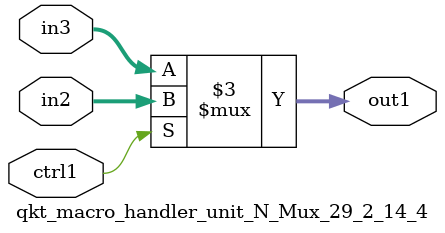
<source format=v>

`timescale 1ps / 1ps


module qkt_macro_handler_unit_N_Mux_29_2_14_4( in3, in2, ctrl1, out1 );

    input [28:0] in3;
    input [28:0] in2;
    input ctrl1;
    output [28:0] out1;
    reg [28:0] out1;

    
    // rtl_process:qkt_macro_handler_unit_N_Mux_29_2_14_4/qkt_macro_handler_unit_N_Mux_29_2_14_4_thread_1
    always @*
      begin : qkt_macro_handler_unit_N_Mux_29_2_14_4_thread_1
        case (ctrl1) 
          1'b1: 
            begin
              out1 = in2;
            end
          default: 
            begin
              out1 = in3;
            end
        endcase
      end

endmodule





</source>
